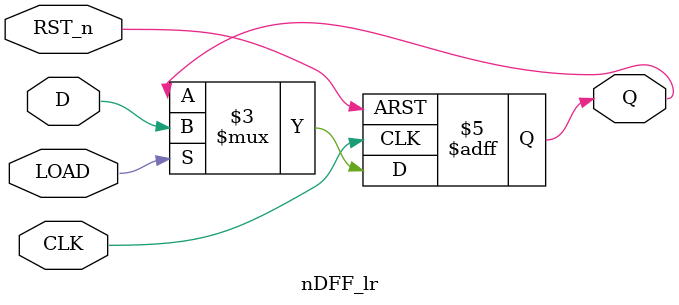
<source format=v>
/**@file
 * Cell - DFF (D Flip Flop) with sync Load and async Reset Port.
 */

/***************************************************************************/
/*  Nano-cpu 32000 (High-Performance Superscalar Processor)                */
/*                                                                         */
/*  Copyright (C) 2019 cassuto <psc-system@outlook.com>, China.            */
/*  This project is free edition; you can redistribute it and/or           */
/*  modify it under the terms of the GNU Lesser General Public             */
/*  License(GPL) as published by the Free Software Foundation; either      */
/*  version 2.1 of the License, or (at your option) any later version.     */
/*                                                                         */
/*  This project is distributed in the hope that it will be useful,        */
/*  but WITHOUT ANY WARRANTY; without even the implied warranty of         */
/*  MERCHANTABILITY or FITNESS FOR A PARTICULAR PURPOSE.  See the GNU      */
/*  Lesser General Public License for more details.                        */
/***************************************************************************/

`include "ncpu32k_config.h"

module nDFF_lr # (
   parameter DW = 1, // Data Width in bits
   parameter RST_VECTOR = {DW{1'b0}}
)
(
   input CLK,
   input RST_n,
   input LOAD,
   input [DW-1:0] D, // Data input
`ifdef NCPU_NO_RST
   output reg [DW-1:0] Q = RST_VECTOR
`else
   output reg [DW-1:0] Q // Data output
`endif
);
`ifdef NCPU_NO_RST
   always @(posedge CLK) begin
      if (LOAD)
         `ifdef SYNTHESIS
         Q <= D;
         `else
         Q <= #1 D;
         `endif
   end
`else
   always @(posedge CLK or negedge RST_n) begin
      if (!RST_n)
         Q <= RST_VECTOR;
      else if (LOAD)
         `ifdef SYNTHESIS
         Q <= D;
         `else
         Q <= #1 D;
         `endif
   end
`endif

   // synthesis translate_off
`ifndef SYNTHESIS

   // Assertions
`ifdef NCPU_ENABLE_ASSERT
`ifdef NCPU_CHECK_X
   always @(posedge CLK) begin
      if((^D) === 1'bx)
         $fatal ("\n DFF: uncertain state! \n");
   end
`endif
`endif

`endif
   // synthesis translate_on
endmodule

</source>
